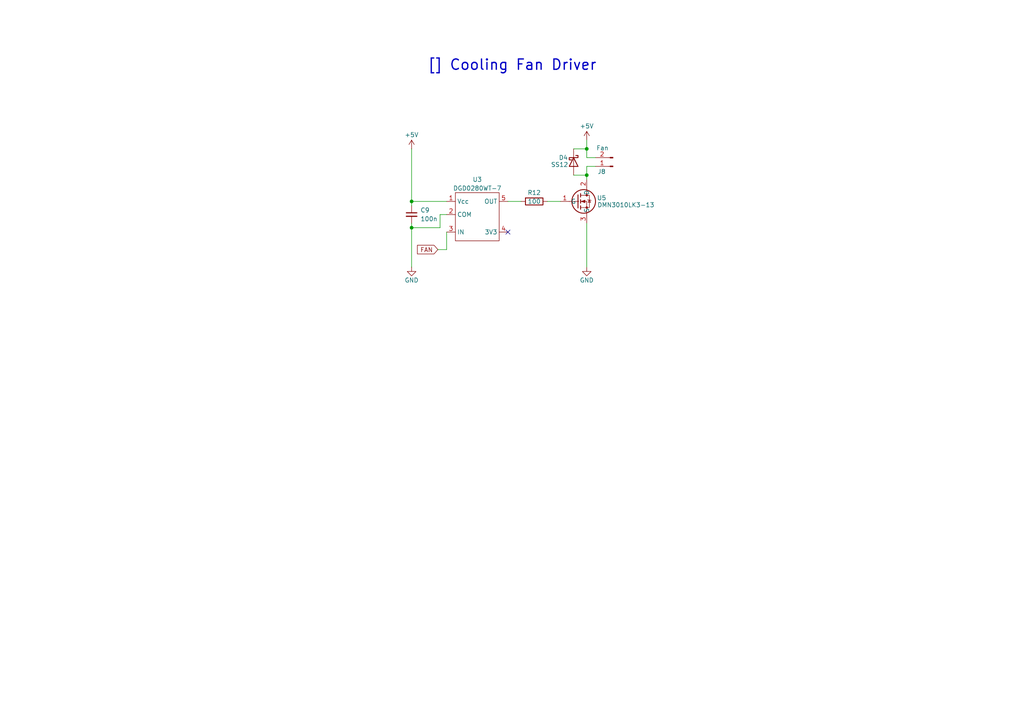
<source format=kicad_sch>
(kicad_sch (version 20250114) (generator "eeschema") (generator_version "9.0")
  (paper "A4")
  (title_block (title "Cooling Fan Driver") (date "2025-03-10") (rev "1.2") (company "Wattle Labs"))
  (lib_symbols
    (symbol "Connector:Conn_01x02_Pin" (pin_names (offset 1.016) (hide yes))
      (property "Reference" "J" (at 0 2.54 0))
      (property "Value" "Conn_01x02_Pin" (at 0 -5.08 0))
      (symbol "Conn_01x02_Pin_1_1"
        (rectangle (start 0.8636 0.127) (end 0 -0.127) (stroke (width 0.1524)) (fill (type outline)))
        (rectangle (start 0.8636 -2.413) (end 0 -2.667) (stroke (width 0.1524)) (fill (type outline)))
        (polyline (pts (xy 1.27 0) (xy 0.8636 0)) (stroke (width 0.1524)))
        (polyline (pts (xy 1.27 -2.54) (xy 0.8636 -2.54)) (stroke (width 0.1524)))
        (pin passive line (at 5.08 0 180) (length 3.81) (name "Pin_1") (number "1"))
        (pin passive line (at 5.08 -2.54 180) (length 3.81) (name "Pin_2") (number "2"))
      )
    )
    (symbol "Device:C_Small" (pin_numbers (hide yes)) (pin_names (offset 0.254) (hide yes))
      (property "Reference" "C" (at 0.254 1.778 0))
      (property "Value" "C_Small" (at 0.254 -2.032 0))
      (symbol "C_Small_0_1"
        (polyline (pts (xy -1.524 0.508) (xy 1.524 0.508)) (stroke (width 0.3048)))
        (polyline (pts (xy -1.524 -0.508) (xy 1.524 -0.508)) (stroke (width 0.3302)))
      )
      (symbol "C_Small_1_1"
        (pin passive line (at 0 2.54 270) (length 2.032) (name "~") (number "1"))
        (pin passive line (at 0 -2.54 90) (length 2.032) (name "~") (number "2"))
      )
    )
    (symbol "Device:R" (pin_numbers (hide yes)) (pin_names (offset 0))
      (property "Reference" "R" (at 2.032 0 90))
      (property "Value" "R" (at 0 0 90))
      (symbol "R_0_1"
        (rectangle (start -1.016 -2.54) (end 1.016 2.54) (stroke (width 0.254)))
      )
      (symbol "R_1_1"
        (pin passive line (at 0 3.81 270) (length 1.27) (name "~") (number "1"))
        (pin passive line (at 0 -3.81 90) (length 1.27) (name "~") (number "2"))
      )
    )
    (symbol "Diode:SS15" (pin_numbers (hide yes)) (pin_names (offset 1.016) (hide yes))
      (property "Reference" "D" (at 0 2.54 0))
      (property "Value" "SS15" (at 0 -2.54 0))
      (symbol "SS15_0_1"
        (polyline (pts (xy -1.905 0.635) (xy -1.905 1.27) (xy -1.27 1.27) (xy -1.27 -1.27) (xy -0.635 -1.27) (xy -0.635 -0.635)) (stroke (width 0.254)))
        (polyline (pts (xy 1.27 1.27) (xy 1.27 -1.27) (xy -1.27 0) (xy 1.27 1.27)) (stroke (width 0.254)))
        (polyline (pts (xy 1.27 0) (xy -1.27 0)))
      )
      (symbol "SS15_1_1"
        (pin passive line (at -3.81 0 0) (length 2.54) (name "K") (number "1"))
        (pin passive line (at 3.81 0 180) (length 2.54) (name "A") (number "2"))
      )
    )
    (symbol "Wattle_Mosfet_Drv:DGD0280WT-7"
      (property "Reference" "U" (at 0 0 0))
      (property "Value" "DGD0280WT-7" (at 0 -6.604 0))
      (symbol "DGD0280WT-7_0_1"
        (rectangle (start -6.35 8.89) (end 6.35 -5.08))
      )
      (symbol "DGD0280WT-7_1_1"
        (pin power_in line (at -8.89 6.35 0) (length 2.54) (name "Vcc") (number "1"))
        (pin power_in line (at -8.89 2.54 0) (length 2.54) (name "COM") (number "2"))
        (pin input line (at -8.89 -2.54 0) (length 2.54) (name "IN") (number "3"))
        (pin output line (at 8.89 6.35 180) (length 2.54) (name "OUT") (number "5"))
        (pin power_out line (at 8.89 -2.54 180) (length 2.54) (name "3V3") (number "4"))
      )
    )
    (symbol "Wattle_Mosfets:DMN3010LK3-13"
      (property "Value" "DMN3010LK3-13" (at 0 0 0))
      (symbol "DMN3010LK3-13_0_1"
        (polyline (pts (xy -1.27 1.905) (xy -1.27 -1.905)) (stroke (width 0.254)))
        (polyline (pts (xy -1.016 0) (xy -3.81 0)))
        (polyline (pts (xy -0.508 2.286) (xy -0.508 1.27)) (stroke (width 0.254)))
        (polyline (pts (xy -0.508 0.508) (xy -0.508 -0.508)) (stroke (width 0.254)))
        (polyline (pts (xy -0.508 -1.27) (xy -0.508 -2.286)) (stroke (width 0.254)))
        (polyline (pts (xy -0.508 -1.778) (xy 2.032 -1.778) (xy 2.032 1.778) (xy -0.508 1.778)))
        (polyline (pts (xy -0.254 0) (xy 0.762 0.381) (xy 0.762 -0.381) (xy -0.254 0)) (fill (type outline)))
        (circle (center 0.381 0) (radius 3.429) (stroke (width 0.254)))
        (polyline (pts (xy 1.27 3.81) (xy 1.27 1.778)))
        (circle (center 1.27 1.778) (radius 0.254) (fill (type outline)))
        (circle (center 1.27 -1.778) (radius 0.254) (fill (type outline)))
        (polyline (pts (xy 1.27 -3.81) (xy 1.27 0) (xy -0.508 0)))
        (polyline (pts (xy 1.524 0.508) (xy 1.651 0.381) (xy 2.413 0.381) (xy 2.54 0.254)))
        (polyline (pts (xy 2.032 0.381) (xy 1.651 -0.254) (xy 2.413 -0.254) (xy 2.032 0.381)))
      )
      (symbol "DMN3010LK3-13_1_1"
        (pin input line (at -6.35 0 0) (length 2.54) (name "G") (number "1"))
        (pin passive line (at 1.27 6.35 270) (length 2.54) (name "D") (number "2"))
        (pin passive line (at 1.27 -6.35 90) (length 2.54) (name "S") (number "3"))
      )
    )
    (symbol "power:+5V" (power) (pin_numbers (hide yes)) (pin_names (offset 0) (hide yes))
      (property "Value" "+5V" (at 0 3.556 0))
      (symbol "+5V_0_1"
        (polyline (pts (xy -0.762 1.27) (xy 0 2.54)))
        (polyline (pts (xy 0 2.54) (xy 0.762 1.27)))
        (polyline (pts (xy 0 0) (xy 0 2.54)))
      )
      (symbol "+5V_1_1"
        (pin power_in line (at 0 0 90) (length 0) (name "~") (number "1"))
      )
    )
    (symbol "power:GND" (power) (pin_numbers (hide yes)) (pin_names (offset 0) (hide yes))
      (property "Value" "GND" (at 0 -3.81 0))
      (symbol "GND_0_1"
        (polyline (pts (xy 0 0) (xy 0 -1.27) (xy 1.27 -1.27) (xy 0 -2.54) (xy -1.27 -1.27) (xy 0 -1.27)))
      )
      (symbol "GND_1_1"
        (pin power_in line (at 0 0 270) (length 0) (name "~") (number "1"))
      )
    )
  )
  (text_box "[${#}] ${TITLE}" (at 12.065 12.065 0) (size 273.05 13.335) (margins 2.2499 2.2499 2.2499 2.2499) (stroke (width -0.0001)) (effects (font (size 3 3) (thickness 0.375))))
  (junction (at 119.38 66.04))
  (junction (at 170.18 50.8))
  (junction (at 119.38 58.42))
  (junction (at 170.18 43.18))
  (no_connect (at 147.32 67.31))
  (wire (pts (xy 172.72 48.26) (xy 170.18 48.26)))
  (wire (pts (xy 170.18 43.18) (xy 170.18 45.72)))
  (wire (pts (xy 170.18 45.72) (xy 172.72 45.72)))
  (wire (pts (xy 170.18 64.77) (xy 170.18 77.47)))
  (wire (pts (xy 119.38 66.04) (xy 119.38 77.47)))
  (wire (pts (xy 170.18 50.8) (xy 170.18 52.07)))
  (wire (pts (xy 166.37 50.8) (xy 170.18 50.8)))
  (wire (pts (xy 158.75 58.42) (xy 162.56 58.42)))
  (wire (pts (xy 119.38 58.42) (xy 119.38 59.69)))
  (wire (pts (xy 170.18 40.64) (xy 170.18 43.18)))
  (wire (pts (xy 147.32 58.42) (xy 151.13 58.42)))
  (wire (pts (xy 166.37 43.18) (xy 170.18 43.18)))
  (wire (pts (xy 119.38 58.42) (xy 129.54 58.42)))
  (wire (pts (xy 129.54 62.23) (xy 127.635 62.23)))
  (wire (pts (xy 129.54 72.39) (xy 129.54 67.31)))
  (wire (pts (xy 119.38 58.42) (xy 119.38 43.18)))
  (wire (pts (xy 170.18 48.26) (xy 170.18 50.8)))
  (wire (pts (xy 127.635 66.04) (xy 119.38 66.04)))
  (wire (pts (xy 127.635 62.23) (xy 127.635 66.04)))
  (wire (pts (xy 127 72.39) (xy 129.54 72.39)))
  (wire (pts (xy 119.38 64.77) (xy 119.38 66.04)))
  (global_label "FAN" (shape input) (at 127 72.39 180) (property "Intersheetrefs" "${INTERSHEET_REFS}" (effects (hide yes))))
  (symbol (lib_id "Connector:Conn_01x02_Pin") (at 177.8 48.26 180) (unit 1)
    (property "Reference" "J8" (at 174.498 49.784 0))
    (property "Value" "Fan" (at 174.752 42.926 0))
    (property "Footprint" "Connector_PinHeader_2.54mm:PinHeader_1x02_P2.54mm_Vertical" (effects (hide yes)))
    (property "Description" "Generic connector, single row, 01x02, script generated" (effects (hide yes)))
  )
  (symbol (lib_id "Wattle_Mosfet_Drv:DGD0280WT-7") (at 138.43 64.77 0) (unit 1)
    (property "Reference" "U3" (at 138.43 52.07 0))
    (property "Value" "DGD0280WT-7" (at 138.43 54.61 0))
    (property "Footprint" "Wattle_Mosfet_Drv:SOT23-5_INF" (effects (hide yes)))
    (property "Datasheet" "https://www.diodes.com/assets/Datasheets/DGD0280.pdf" (effects (hide yes)))
    (property "Description" "Low-Side Gate Driver IC CMOS, TTL TSOT-23-5, 3.3v input compat. 4.5~18V" (effects (hide yes)))
    (property "Digikey_PN" "31-DGD0280WT-7CT-ND" (effects (hide yes)))
  )
  (symbol (lib_id "Diode:SS15") (at 166.37 46.99 270) (unit 1)
    (property "Reference" "D4" (at 162.052 45.72 90) (effects (justify left)))
    (property "Value" "SS12" (at 159.766 47.752 90) (effects (justify left)))
    (property "Footprint" "Diode_SMD:D_SMA" (effects (hide yes)))
    (property "Datasheet" "https://www.vishay.com/docs/88746/ss12.pdf" (effects (hide yes)))
    (property "Description" "20V 1A Schottky Diode, SMA" (effects (hide yes)))
    (property "Digikey_PN" "SS12FSCT-ND" (effects (hide yes)))
  )
  (symbol (lib_id "power:+5V") (at 170.18 40.64 0) (unit 1)
    (property "Reference" "#PWR042" (effects (hide yes)))
    (property "Value" "+5V" (at 170.18 36.576 0))
    (property "Description" "Power symbol creates a global label with name \"+5V\"" (effects (hide yes)))
  )
  (symbol (lib_id "power:+5V") (at 119.38 43.18 0) (unit 1)
    (property "Reference" "#PWR041" (effects (hide yes)))
    (property "Value" "+5V" (at 119.38 39.116 0))
    (property "Description" "Power symbol creates a global label with name \"+5V\"" (effects (hide yes)))
  )
  (symbol (lib_id "power:GND") (at 170.18 77.47 0) (unit 1)
    (property "Reference" "#PWR03" (effects (hide yes)))
    (property "Value" "GND" (at 170.18 81.28 0))
    (property "Description" "Power symbol creates a global label with name \"GND\" , ground" (effects (hide yes)))
  )
  (symbol (lib_id "Device:C_Small") (at 119.38 62.23 0) (unit 1)
    (property "Reference" "C9" (at 121.92 60.96 0) (effects (justify left)))
    (property "Value" "100n" (at 121.92 63.5 0) (effects (justify left)))
    (property "Footprint" "Capacitor_SMD:C_0603_1608Metric" (effects (hide yes)))
    (property "Description" "100nF Ceramic 16V X5R" (effects (hide yes)))
    (property "Digikey_PN" "399-C0603C104K4RACTUCT-ND" (effects (hide yes)))
  )
  (symbol (lib_id "Device:R") (at 154.94 58.42 270) (unit 1)
    (property "Reference" "R12" (at 154.94 55.88 90))
    (property "Value" "100" (at 154.94 58.42 90))
    (property "Footprint" "Resistor_SMD:R_0603_1608Metric" (effects (hide yes)))
    (property "Description" "RES 100 OHM 1% 1/10W 0603" (effects (hide yes)))
    (property "Digikey_PN" "541-3951-1-ND" (effects (hide yes)))
  )
  (symbol (lib_id "power:GND") (at 119.38 77.47 0) (unit 1)
    (property "Reference" "#PWR02" (effects (hide yes)))
    (property "Value" "GND" (at 119.38 81.28 0))
    (property "Description" "Power symbol creates a global label with name \"GND\" , ground" (effects (hide yes)))
  )
  (symbol (lib_id "Wattle_Mosfets:DMN3010LK3-13") (at 168.91 58.42 0) (unit 1)
    (property "Reference" "U5" (at 174.498 57.404 0))
    (property "Value" "DMN3010LK3-13" (at 173.228 59.436 0) (effects (justify left)))
    (property "Footprint" "Wattle_Mosfets:TO252-3L_DIO" (effects (hide yes)))
    (property "Datasheet" "https://www.diodes.com/assets/Datasheets/DMN3010LK3.pdf" (effects (hide yes)))
    (property "Description" "N-Channel 30 V 13.1A (Ta), 43A (Tc) 1.6W (Ta) Surface Mount TO-252-3" (effects (hide yes)))
    (property "Digikey_PN" "31-DMN3010LK3-13CT-ND" (effects (hide yes)))
  )
)
</source>
